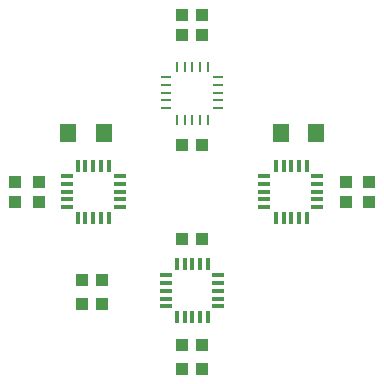
<source format=gbr>
G04 EAGLE Gerber RS-274X export*
G75*
%MOMM*%
%FSLAX34Y34*%
%LPD*%
%INSolderpaste Top*%
%IPPOS*%
%AMOC8*
5,1,8,0,0,1.08239X$1,22.5*%
G01*
%ADD10R,1.100000X1.000000*%
%ADD11R,1.000000X1.100000*%
%ADD12R,1.400000X1.500000*%
%ADD13R,1.100000X0.300000*%
%ADD14R,0.300000X1.100000*%
%ADD15R,0.825016X0.225000*%
%ADD16R,0.225000X0.825016*%
%ADD17R,0.825013X0.225000*%
%ADD18R,0.225000X0.825013*%


D10*
X191500Y70000D03*
X208500Y70000D03*
D11*
X70000Y191500D03*
X70000Y208500D03*
X50000Y191500D03*
X50000Y208500D03*
D10*
X208500Y350000D03*
X191500Y350000D03*
X208500Y333000D03*
X191500Y333000D03*
D11*
X350000Y208500D03*
X350000Y191500D03*
X330000Y208500D03*
X330000Y191500D03*
D10*
X191500Y50000D03*
X208500Y50000D03*
D12*
X125000Y250000D03*
X95000Y250000D03*
D10*
X123500Y125000D03*
X106500Y125000D03*
X123500Y105000D03*
X106500Y105000D03*
X191500Y160000D03*
X208500Y160000D03*
X208500Y240000D03*
X191500Y240000D03*
D13*
X178000Y129120D03*
X178000Y122620D03*
X178000Y116120D03*
X178000Y109620D03*
X178000Y103120D03*
D14*
X187000Y94120D03*
X193500Y94120D03*
X200000Y94120D03*
X206500Y94120D03*
X213000Y94120D03*
D13*
X222000Y103120D03*
X222000Y109620D03*
X222000Y116120D03*
X222000Y122620D03*
X222000Y129120D03*
D14*
X213000Y139120D03*
X206500Y139120D03*
X200000Y139120D03*
X193500Y139120D03*
X187000Y139120D03*
X270880Y178000D03*
X277380Y178000D03*
X283880Y178000D03*
X290380Y178000D03*
X296880Y178000D03*
D13*
X305880Y187000D03*
X305880Y193500D03*
X305880Y200000D03*
X305880Y206500D03*
X305880Y213000D03*
D14*
X296880Y222000D03*
X290380Y222000D03*
X283880Y222000D03*
X277380Y222000D03*
X270880Y222000D03*
D13*
X260880Y213000D03*
X260880Y206500D03*
X260880Y200000D03*
X260880Y193500D03*
X260880Y187000D03*
D14*
X129120Y222000D03*
X122620Y222000D03*
X116120Y222000D03*
X109620Y222000D03*
X103120Y222000D03*
D13*
X94120Y213000D03*
X94120Y206500D03*
X94120Y200000D03*
X94120Y193500D03*
X94120Y187000D03*
D14*
X103120Y178000D03*
X109620Y178000D03*
X116120Y178000D03*
X122620Y178000D03*
X129120Y178000D03*
D13*
X139120Y187000D03*
X139120Y193500D03*
X139120Y200000D03*
X139120Y206500D03*
X139120Y213000D03*
D15*
X222000Y290380D03*
X222000Y283880D03*
X222000Y277380D03*
X222000Y270880D03*
X222000Y296880D03*
D16*
X187000Y305880D03*
X206500Y305880D03*
D15*
X178000Y296880D03*
D17*
X178000Y270880D03*
X178000Y290380D03*
X178000Y283880D03*
D15*
X178000Y277380D03*
D18*
X193500Y305880D03*
X213000Y305880D03*
X200000Y305880D03*
X200000Y260880D03*
X193500Y260880D03*
X187000Y260880D03*
X206500Y260880D03*
X213000Y260880D03*
D12*
X275000Y250000D03*
X305000Y250000D03*
M02*

</source>
